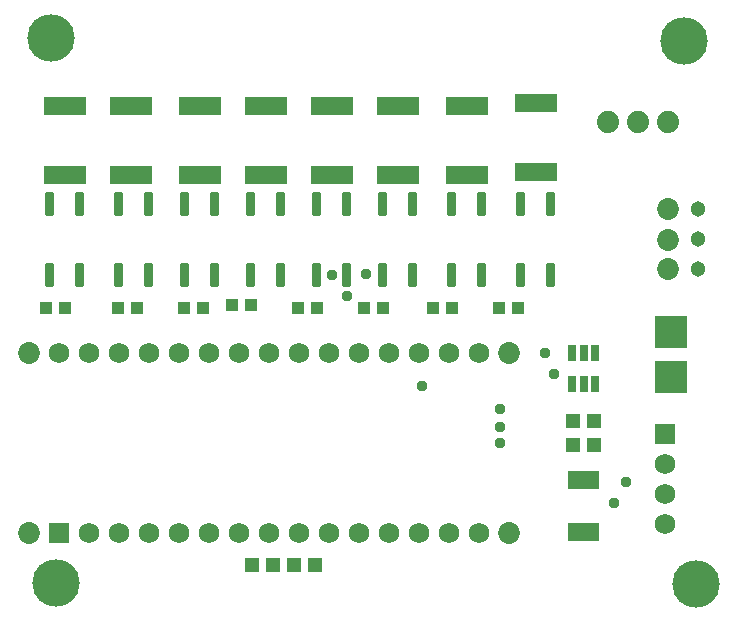
<source format=gbr>
G04 EAGLE Gerber RS-274X export*
G75*
%MOMM*%
%FSLAX34Y34*%
%LPD*%
%INSoldermask Top*%
%IPPOS*%
%AMOC8*
5,1,8,0,0,1.08239X$1,22.5*%
G01*
%ADD10C,4.013200*%
%ADD11R,1.303200X1.203200*%
%ADD12R,1.733200X1.733200*%
%ADD13C,1.733200*%
%ADD14C,1.853200*%
%ADD15C,1.303200*%
%ADD16R,1.203200X1.303200*%
%ADD17C,1.879600*%
%ADD18R,0.762000X1.473200*%
%ADD19R,1.727200X1.727200*%
%ADD20C,1.727200*%
%ADD21R,2.743200X2.743200*%
%ADD22C,0.349006*%
%ADD23R,3.663200X1.533200*%
%ADD24R,0.993200X1.133200*%
%ADD25R,0.653200X1.603200*%
%ADD26C,0.959600*%


D10*
X36830Y24130D03*
X579120Y22860D03*
X568960Y482600D03*
X33020Y485140D03*
D11*
X475370Y161290D03*
X492370Y161290D03*
X475370Y140970D03*
X492370Y140970D03*
D12*
X552450Y149860D03*
D13*
X552450Y124460D03*
X552450Y99060D03*
X552450Y73660D03*
D14*
X554990Y289560D03*
X554990Y314560D03*
X554990Y340360D03*
D15*
X580390Y289560D03*
X580390Y314960D03*
X580390Y340360D03*
D16*
X203590Y39370D03*
X220590Y39370D03*
X256150Y39370D03*
X239150Y39370D03*
D17*
X529590Y414020D03*
X504190Y414020D03*
X554990Y414020D03*
D18*
X493268Y218694D03*
X483870Y218694D03*
X474472Y218694D03*
X474472Y192786D03*
X483870Y192786D03*
X493268Y192786D03*
D19*
X39370Y66040D03*
D20*
X64770Y66040D03*
X90170Y66040D03*
X115570Y66040D03*
X140970Y66040D03*
X166370Y66040D03*
X191770Y66040D03*
X217170Y66040D03*
X242570Y66040D03*
X267970Y66040D03*
X293370Y66040D03*
X318770Y66040D03*
X344170Y66040D03*
X369570Y66040D03*
X394970Y66040D03*
X394970Y218440D03*
X369570Y218440D03*
X344170Y218440D03*
X318770Y218440D03*
X293370Y218440D03*
X267970Y218440D03*
X242570Y218440D03*
X217170Y218440D03*
X191770Y218440D03*
X166370Y218440D03*
X140970Y218440D03*
X115570Y218440D03*
X90170Y218440D03*
X64770Y218440D03*
X39370Y218440D03*
D14*
X13970Y66040D03*
X13970Y218440D03*
X420370Y218440D03*
X420370Y66040D03*
D21*
X557530Y236220D03*
X557530Y198120D03*
D22*
X432751Y276139D02*
X432751Y293581D01*
X432751Y276139D02*
X428309Y276139D01*
X428309Y293581D01*
X432751Y293581D01*
X432751Y279454D02*
X428309Y279454D01*
X428309Y282769D02*
X432751Y282769D01*
X432751Y286084D02*
X428309Y286084D01*
X428309Y289399D02*
X432751Y289399D01*
X432751Y292714D02*
X428309Y292714D01*
X458151Y293581D02*
X458151Y276139D01*
X453709Y276139D01*
X453709Y293581D01*
X458151Y293581D01*
X458151Y279454D02*
X453709Y279454D01*
X453709Y282769D02*
X458151Y282769D01*
X458151Y286084D02*
X453709Y286084D01*
X453709Y289399D02*
X458151Y289399D01*
X458151Y292714D02*
X453709Y292714D01*
X458151Y336339D02*
X458151Y353781D01*
X458151Y336339D02*
X453709Y336339D01*
X453709Y353781D01*
X458151Y353781D01*
X458151Y339654D02*
X453709Y339654D01*
X453709Y342969D02*
X458151Y342969D01*
X458151Y346284D02*
X453709Y346284D01*
X453709Y349599D02*
X458151Y349599D01*
X458151Y352914D02*
X453709Y352914D01*
X432751Y353781D02*
X432751Y336339D01*
X428309Y336339D01*
X428309Y353781D01*
X432751Y353781D01*
X432751Y339654D02*
X428309Y339654D01*
X428309Y342969D02*
X432751Y342969D01*
X432751Y346284D02*
X428309Y346284D01*
X428309Y349599D02*
X432751Y349599D01*
X432751Y352914D02*
X428309Y352914D01*
X374331Y293581D02*
X374331Y276139D01*
X369889Y276139D01*
X369889Y293581D01*
X374331Y293581D01*
X374331Y279454D02*
X369889Y279454D01*
X369889Y282769D02*
X374331Y282769D01*
X374331Y286084D02*
X369889Y286084D01*
X369889Y289399D02*
X374331Y289399D01*
X374331Y292714D02*
X369889Y292714D01*
X399731Y293581D02*
X399731Y276139D01*
X395289Y276139D01*
X395289Y293581D01*
X399731Y293581D01*
X399731Y279454D02*
X395289Y279454D01*
X395289Y282769D02*
X399731Y282769D01*
X399731Y286084D02*
X395289Y286084D01*
X395289Y289399D02*
X399731Y289399D01*
X399731Y292714D02*
X395289Y292714D01*
X399731Y336339D02*
X399731Y353781D01*
X399731Y336339D02*
X395289Y336339D01*
X395289Y353781D01*
X399731Y353781D01*
X399731Y339654D02*
X395289Y339654D01*
X395289Y342969D02*
X399731Y342969D01*
X399731Y346284D02*
X395289Y346284D01*
X395289Y349599D02*
X399731Y349599D01*
X399731Y352914D02*
X395289Y352914D01*
X374331Y353781D02*
X374331Y336339D01*
X369889Y336339D01*
X369889Y353781D01*
X374331Y353781D01*
X374331Y339654D02*
X369889Y339654D01*
X369889Y342969D02*
X374331Y342969D01*
X374331Y346284D02*
X369889Y346284D01*
X369889Y349599D02*
X374331Y349599D01*
X374331Y352914D02*
X369889Y352914D01*
X315911Y293581D02*
X315911Y276139D01*
X311469Y276139D01*
X311469Y293581D01*
X315911Y293581D01*
X315911Y279454D02*
X311469Y279454D01*
X311469Y282769D02*
X315911Y282769D01*
X315911Y286084D02*
X311469Y286084D01*
X311469Y289399D02*
X315911Y289399D01*
X315911Y292714D02*
X311469Y292714D01*
X341311Y293581D02*
X341311Y276139D01*
X336869Y276139D01*
X336869Y293581D01*
X341311Y293581D01*
X341311Y279454D02*
X336869Y279454D01*
X336869Y282769D02*
X341311Y282769D01*
X341311Y286084D02*
X336869Y286084D01*
X336869Y289399D02*
X341311Y289399D01*
X341311Y292714D02*
X336869Y292714D01*
X341311Y336339D02*
X341311Y353781D01*
X341311Y336339D02*
X336869Y336339D01*
X336869Y353781D01*
X341311Y353781D01*
X341311Y339654D02*
X336869Y339654D01*
X336869Y342969D02*
X341311Y342969D01*
X341311Y346284D02*
X336869Y346284D01*
X336869Y349599D02*
X341311Y349599D01*
X341311Y352914D02*
X336869Y352914D01*
X315911Y353781D02*
X315911Y336339D01*
X311469Y336339D01*
X311469Y353781D01*
X315911Y353781D01*
X315911Y339654D02*
X311469Y339654D01*
X311469Y342969D02*
X315911Y342969D01*
X315911Y346284D02*
X311469Y346284D01*
X311469Y349599D02*
X315911Y349599D01*
X315911Y352914D02*
X311469Y352914D01*
X260031Y293581D02*
X260031Y276139D01*
X255589Y276139D01*
X255589Y293581D01*
X260031Y293581D01*
X260031Y279454D02*
X255589Y279454D01*
X255589Y282769D02*
X260031Y282769D01*
X260031Y286084D02*
X255589Y286084D01*
X255589Y289399D02*
X260031Y289399D01*
X260031Y292714D02*
X255589Y292714D01*
X285431Y293581D02*
X285431Y276139D01*
X280989Y276139D01*
X280989Y293581D01*
X285431Y293581D01*
X285431Y279454D02*
X280989Y279454D01*
X280989Y282769D02*
X285431Y282769D01*
X285431Y286084D02*
X280989Y286084D01*
X280989Y289399D02*
X285431Y289399D01*
X285431Y292714D02*
X280989Y292714D01*
X285431Y336339D02*
X285431Y353781D01*
X285431Y336339D02*
X280989Y336339D01*
X280989Y353781D01*
X285431Y353781D01*
X285431Y339654D02*
X280989Y339654D01*
X280989Y342969D02*
X285431Y342969D01*
X285431Y346284D02*
X280989Y346284D01*
X280989Y349599D02*
X285431Y349599D01*
X285431Y352914D02*
X280989Y352914D01*
X260031Y353781D02*
X260031Y336339D01*
X255589Y336339D01*
X255589Y353781D01*
X260031Y353781D01*
X260031Y339654D02*
X255589Y339654D01*
X255589Y342969D02*
X260031Y342969D01*
X260031Y346284D02*
X255589Y346284D01*
X255589Y349599D02*
X260031Y349599D01*
X260031Y352914D02*
X255589Y352914D01*
X204151Y293581D02*
X204151Y276139D01*
X199709Y276139D01*
X199709Y293581D01*
X204151Y293581D01*
X204151Y279454D02*
X199709Y279454D01*
X199709Y282769D02*
X204151Y282769D01*
X204151Y286084D02*
X199709Y286084D01*
X199709Y289399D02*
X204151Y289399D01*
X204151Y292714D02*
X199709Y292714D01*
X229551Y293581D02*
X229551Y276139D01*
X225109Y276139D01*
X225109Y293581D01*
X229551Y293581D01*
X229551Y279454D02*
X225109Y279454D01*
X225109Y282769D02*
X229551Y282769D01*
X229551Y286084D02*
X225109Y286084D01*
X225109Y289399D02*
X229551Y289399D01*
X229551Y292714D02*
X225109Y292714D01*
X229551Y336339D02*
X229551Y353781D01*
X229551Y336339D02*
X225109Y336339D01*
X225109Y353781D01*
X229551Y353781D01*
X229551Y339654D02*
X225109Y339654D01*
X225109Y342969D02*
X229551Y342969D01*
X229551Y346284D02*
X225109Y346284D01*
X225109Y349599D02*
X229551Y349599D01*
X229551Y352914D02*
X225109Y352914D01*
X204151Y353781D02*
X204151Y336339D01*
X199709Y336339D01*
X199709Y353781D01*
X204151Y353781D01*
X204151Y339654D02*
X199709Y339654D01*
X199709Y342969D02*
X204151Y342969D01*
X204151Y346284D02*
X199709Y346284D01*
X199709Y349599D02*
X204151Y349599D01*
X204151Y352914D02*
X199709Y352914D01*
X148271Y293581D02*
X148271Y276139D01*
X143829Y276139D01*
X143829Y293581D01*
X148271Y293581D01*
X148271Y279454D02*
X143829Y279454D01*
X143829Y282769D02*
X148271Y282769D01*
X148271Y286084D02*
X143829Y286084D01*
X143829Y289399D02*
X148271Y289399D01*
X148271Y292714D02*
X143829Y292714D01*
X173671Y293581D02*
X173671Y276139D01*
X169229Y276139D01*
X169229Y293581D01*
X173671Y293581D01*
X173671Y279454D02*
X169229Y279454D01*
X169229Y282769D02*
X173671Y282769D01*
X173671Y286084D02*
X169229Y286084D01*
X169229Y289399D02*
X173671Y289399D01*
X173671Y292714D02*
X169229Y292714D01*
X173671Y336339D02*
X173671Y353781D01*
X173671Y336339D02*
X169229Y336339D01*
X169229Y353781D01*
X173671Y353781D01*
X173671Y339654D02*
X169229Y339654D01*
X169229Y342969D02*
X173671Y342969D01*
X173671Y346284D02*
X169229Y346284D01*
X169229Y349599D02*
X173671Y349599D01*
X173671Y352914D02*
X169229Y352914D01*
X148271Y353781D02*
X148271Y336339D01*
X143829Y336339D01*
X143829Y353781D01*
X148271Y353781D01*
X148271Y339654D02*
X143829Y339654D01*
X143829Y342969D02*
X148271Y342969D01*
X148271Y346284D02*
X143829Y346284D01*
X143829Y349599D02*
X148271Y349599D01*
X148271Y352914D02*
X143829Y352914D01*
X92391Y293581D02*
X92391Y276139D01*
X87949Y276139D01*
X87949Y293581D01*
X92391Y293581D01*
X92391Y279454D02*
X87949Y279454D01*
X87949Y282769D02*
X92391Y282769D01*
X92391Y286084D02*
X87949Y286084D01*
X87949Y289399D02*
X92391Y289399D01*
X92391Y292714D02*
X87949Y292714D01*
X117791Y293581D02*
X117791Y276139D01*
X113349Y276139D01*
X113349Y293581D01*
X117791Y293581D01*
X117791Y279454D02*
X113349Y279454D01*
X113349Y282769D02*
X117791Y282769D01*
X117791Y286084D02*
X113349Y286084D01*
X113349Y289399D02*
X117791Y289399D01*
X117791Y292714D02*
X113349Y292714D01*
X117791Y336339D02*
X117791Y353781D01*
X117791Y336339D02*
X113349Y336339D01*
X113349Y353781D01*
X117791Y353781D01*
X117791Y339654D02*
X113349Y339654D01*
X113349Y342969D02*
X117791Y342969D01*
X117791Y346284D02*
X113349Y346284D01*
X113349Y349599D02*
X117791Y349599D01*
X117791Y352914D02*
X113349Y352914D01*
X92391Y353781D02*
X92391Y336339D01*
X87949Y336339D01*
X87949Y353781D01*
X92391Y353781D01*
X92391Y339654D02*
X87949Y339654D01*
X87949Y342969D02*
X92391Y342969D01*
X92391Y346284D02*
X87949Y346284D01*
X87949Y349599D02*
X92391Y349599D01*
X92391Y352914D02*
X87949Y352914D01*
X33971Y293581D02*
X33971Y276139D01*
X29529Y276139D01*
X29529Y293581D01*
X33971Y293581D01*
X33971Y279454D02*
X29529Y279454D01*
X29529Y282769D02*
X33971Y282769D01*
X33971Y286084D02*
X29529Y286084D01*
X29529Y289399D02*
X33971Y289399D01*
X33971Y292714D02*
X29529Y292714D01*
X59371Y293581D02*
X59371Y276139D01*
X54929Y276139D01*
X54929Y293581D01*
X59371Y293581D01*
X59371Y279454D02*
X54929Y279454D01*
X54929Y282769D02*
X59371Y282769D01*
X59371Y286084D02*
X54929Y286084D01*
X54929Y289399D02*
X59371Y289399D01*
X59371Y292714D02*
X54929Y292714D01*
X59371Y336339D02*
X59371Y353781D01*
X59371Y336339D02*
X54929Y336339D01*
X54929Y353781D01*
X59371Y353781D01*
X59371Y339654D02*
X54929Y339654D01*
X54929Y342969D02*
X59371Y342969D01*
X59371Y346284D02*
X54929Y346284D01*
X54929Y349599D02*
X59371Y349599D01*
X59371Y352914D02*
X54929Y352914D01*
X33971Y353781D02*
X33971Y336339D01*
X29529Y336339D01*
X29529Y353781D01*
X33971Y353781D01*
X33971Y339654D02*
X29529Y339654D01*
X29529Y342969D02*
X33971Y342969D01*
X33971Y346284D02*
X29529Y346284D01*
X29529Y349599D02*
X33971Y349599D01*
X33971Y352914D02*
X29529Y352914D01*
D23*
X443230Y371880D03*
X443230Y430760D03*
X384810Y428220D03*
X384810Y369340D03*
X326390Y369340D03*
X326390Y428220D03*
X270510Y428220D03*
X270510Y369340D03*
X214630Y369340D03*
X214630Y428220D03*
X158750Y428220D03*
X158750Y369340D03*
X100330Y369340D03*
X100330Y428220D03*
X44450Y428220D03*
X44450Y369340D03*
D24*
X428570Y256540D03*
X412170Y256540D03*
X372690Y256540D03*
X356290Y256540D03*
X314270Y256540D03*
X297870Y256540D03*
X258390Y256540D03*
X241990Y256540D03*
X202510Y259080D03*
X186110Y259080D03*
X145470Y256540D03*
X161870Y256540D03*
X89590Y256540D03*
X105990Y256540D03*
X28630Y256540D03*
X45030Y256540D03*
D25*
X474120Y66900D03*
X480620Y66900D03*
X487120Y66900D03*
X493620Y66900D03*
X493620Y110900D03*
X487120Y110900D03*
X480620Y110900D03*
X474120Y110900D03*
D26*
X346710Y190500D03*
X458470Y200660D03*
X519430Y109220D03*
X509270Y91440D03*
X450850Y218440D03*
X299720Y285750D03*
X283210Y266700D03*
X270510Y284480D03*
X412750Y171450D03*
X412750Y156210D03*
X412750Y142240D03*
M02*

</source>
